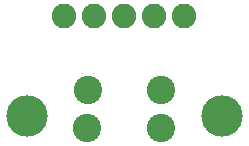
<source format=gbr>
G04 EAGLE Gerber RS-274X export*
G75*
%MOMM*%
%FSLAX34Y34*%
%LPD*%
%INSoldermask Bottom*%
%IPPOS*%
%AMOC8*
5,1,8,0,0,1.08239X$1,22.5*%
G01*
%ADD10C,2.082800*%
%ADD11C,2.403200*%
%ADD12C,3.503200*%


D10*
X165100Y127000D03*
X139700Y127000D03*
X114300Y127000D03*
X88900Y127000D03*
X63500Y127000D03*
D11*
X145505Y31670D03*
X145279Y63769D03*
X83082Y31898D03*
X83222Y63757D03*
D12*
X197050Y41800D03*
X31550Y41800D03*
M02*

</source>
